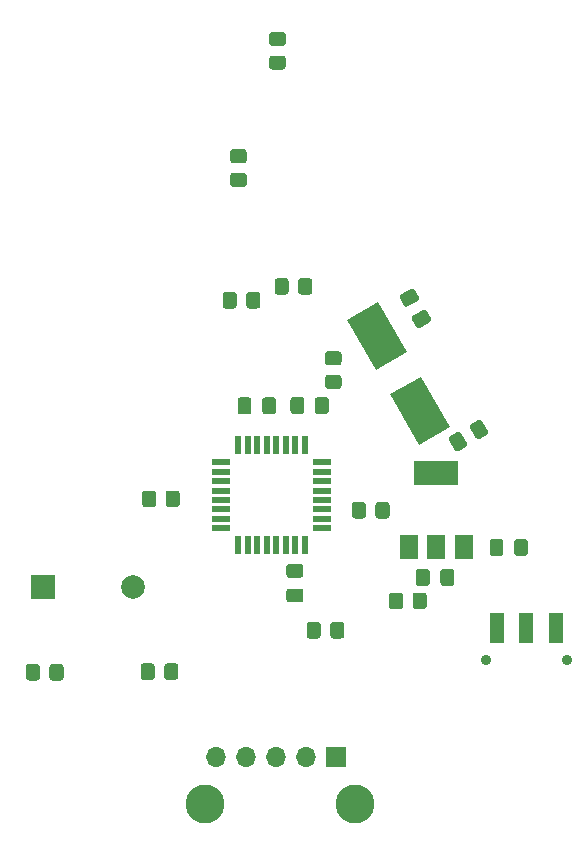
<source format=gbr>
%TF.GenerationSoftware,KiCad,Pcbnew,(5.1.10)-1*%
%TF.CreationDate,2021-11-23T17:51:28-05:00*%
%TF.ProjectId,Electronics Club,456c6563-7472-46f6-9e69-637320436c75,rev?*%
%TF.SameCoordinates,Original*%
%TF.FileFunction,Soldermask,Bot*%
%TF.FilePolarity,Negative*%
%FSLAX46Y46*%
G04 Gerber Fmt 4.6, Leading zero omitted, Abs format (unit mm)*
G04 Created by KiCad (PCBNEW (5.1.10)-1) date 2021-11-23 17:51:28*
%MOMM*%
%LPD*%
G01*
G04 APERTURE LIST*
%ADD10C,0.100000*%
%ADD11C,3.300000*%
%ADD12R,2.000000X2.000000*%
%ADD13C,2.000000*%
%ADD14R,1.250000X2.500000*%
%ADD15C,0.900000*%
%ADD16R,3.800000X2.000000*%
%ADD17R,1.500000X2.000000*%
%ADD18R,0.550000X1.600000*%
%ADD19R,1.600000X0.550000*%
%ADD20R,1.700000X1.700000*%
%ADD21O,1.700000X1.700000*%
G04 APERTURE END LIST*
D10*
%TO.C,Y1*%
G36*
X191684362Y-93065438D02*
G01*
X194282438Y-91565438D01*
X196732438Y-95808962D01*
X194134362Y-97308962D01*
X191684362Y-93065438D01*
G37*
G36*
X188034362Y-86743452D02*
G01*
X190632438Y-85243452D01*
X193082438Y-89486976D01*
X190484362Y-90986976D01*
X188034362Y-86743452D01*
G37*
%TD*%
D11*
%TO.C,BT1*%
X176009300Y-127774700D03*
X188709300Y-127774700D03*
%TD*%
D12*
%TO.C,BZ1*%
X162255200Y-109372400D03*
D13*
X169855200Y-109372400D03*
%TD*%
%TO.C,C1*%
G36*
G01*
X201255300Y-105544600D02*
X201255300Y-106494600D01*
G75*
G02*
X201005300Y-106744600I-250000J0D01*
G01*
X200330300Y-106744600D01*
G75*
G02*
X200080300Y-106494600I0J250000D01*
G01*
X200080300Y-105544600D01*
G75*
G02*
X200330300Y-105294600I250000J0D01*
G01*
X201005300Y-105294600D01*
G75*
G02*
X201255300Y-105544600I0J-250000D01*
G01*
G37*
G36*
G01*
X203330300Y-105544600D02*
X203330300Y-106494600D01*
G75*
G02*
X203080300Y-106744600I-250000J0D01*
G01*
X202405300Y-106744600D01*
G75*
G02*
X202155300Y-106494600I0J250000D01*
G01*
X202155300Y-105544600D01*
G75*
G02*
X202405300Y-105294600I250000J0D01*
G01*
X203080300Y-105294600D01*
G75*
G02*
X203330300Y-105544600I0J-250000D01*
G01*
G37*
%TD*%
%TO.C,C2*%
G36*
G01*
X193831900Y-109034600D02*
X193831900Y-108084600D01*
G75*
G02*
X194081900Y-107834600I250000J0D01*
G01*
X194756900Y-107834600D01*
G75*
G02*
X195006900Y-108084600I0J-250000D01*
G01*
X195006900Y-109034600D01*
G75*
G02*
X194756900Y-109284600I-250000J0D01*
G01*
X194081900Y-109284600D01*
G75*
G02*
X193831900Y-109034600I0J250000D01*
G01*
G37*
G36*
G01*
X195906900Y-109034600D02*
X195906900Y-108084600D01*
G75*
G02*
X196156900Y-107834600I250000J0D01*
G01*
X196831900Y-107834600D01*
G75*
G02*
X197081900Y-108084600I0J-250000D01*
G01*
X197081900Y-109034600D01*
G75*
G02*
X196831900Y-109284600I-250000J0D01*
G01*
X196156900Y-109284600D01*
G75*
G02*
X195906900Y-109034600I0J250000D01*
G01*
G37*
%TD*%
%TO.C,C3*%
G36*
G01*
X185285800Y-94480400D02*
X185285800Y-93530400D01*
G75*
G02*
X185535800Y-93280400I250000J0D01*
G01*
X186210800Y-93280400D01*
G75*
G02*
X186460800Y-93530400I0J-250000D01*
G01*
X186460800Y-94480400D01*
G75*
G02*
X186210800Y-94730400I-250000J0D01*
G01*
X185535800Y-94730400D01*
G75*
G02*
X185285800Y-94480400I0J250000D01*
G01*
G37*
G36*
G01*
X183210800Y-94480400D02*
X183210800Y-93530400D01*
G75*
G02*
X183460800Y-93280400I250000J0D01*
G01*
X184135800Y-93280400D01*
G75*
G02*
X184385800Y-93530400I0J-250000D01*
G01*
X184385800Y-94480400D01*
G75*
G02*
X184135800Y-94730400I-250000J0D01*
G01*
X183460800Y-94730400D01*
G75*
G02*
X183210800Y-94480400I0J250000D01*
G01*
G37*
%TD*%
%TO.C,C4*%
G36*
G01*
X183116200Y-107421100D02*
X184066200Y-107421100D01*
G75*
G02*
X184316200Y-107671100I0J-250000D01*
G01*
X184316200Y-108346100D01*
G75*
G02*
X184066200Y-108596100I-250000J0D01*
G01*
X183116200Y-108596100D01*
G75*
G02*
X182866200Y-108346100I0J250000D01*
G01*
X182866200Y-107671100D01*
G75*
G02*
X183116200Y-107421100I250000J0D01*
G01*
G37*
G36*
G01*
X183116200Y-109496100D02*
X184066200Y-109496100D01*
G75*
G02*
X184316200Y-109746100I0J-250000D01*
G01*
X184316200Y-110421100D01*
G75*
G02*
X184066200Y-110671100I-250000J0D01*
G01*
X183116200Y-110671100D01*
G75*
G02*
X182866200Y-110421100I0J250000D01*
G01*
X182866200Y-109746100D01*
G75*
G02*
X183116200Y-109496100I250000J0D01*
G01*
G37*
%TD*%
%TO.C,C5*%
G36*
G01*
X179919300Y-93555800D02*
X179919300Y-94505800D01*
G75*
G02*
X179669300Y-94755800I-250000J0D01*
G01*
X178994300Y-94755800D01*
G75*
G02*
X178744300Y-94505800I0J250000D01*
G01*
X178744300Y-93555800D01*
G75*
G02*
X178994300Y-93305800I250000J0D01*
G01*
X179669300Y-93305800D01*
G75*
G02*
X179919300Y-93555800I0J-250000D01*
G01*
G37*
G36*
G01*
X181994300Y-93555800D02*
X181994300Y-94505800D01*
G75*
G02*
X181744300Y-94755800I-250000J0D01*
G01*
X181069300Y-94755800D01*
G75*
G02*
X180819300Y-94505800I0J250000D01*
G01*
X180819300Y-93555800D01*
G75*
G02*
X181069300Y-93305800I250000J0D01*
G01*
X181744300Y-93305800D01*
G75*
G02*
X181994300Y-93555800I0J-250000D01*
G01*
G37*
%TD*%
%TO.C,C6*%
G36*
G01*
X195015112Y-86936090D02*
X194192388Y-87411090D01*
G75*
G02*
X193850882Y-87319584I-125000J216506D01*
G01*
X193513382Y-86735016D01*
G75*
G02*
X193604888Y-86393510I216506J125000D01*
G01*
X194427612Y-85918510D01*
G75*
G02*
X194769118Y-86010016I125000J-216506D01*
G01*
X195106618Y-86594584D01*
G75*
G02*
X195015112Y-86936090I-216506J-125000D01*
G01*
G37*
G36*
G01*
X193977612Y-85139088D02*
X193154888Y-85614088D01*
G75*
G02*
X192813382Y-85522582I-125000J216506D01*
G01*
X192475882Y-84938014D01*
G75*
G02*
X192567388Y-84596508I216506J125000D01*
G01*
X193390112Y-84121508D01*
G75*
G02*
X193731618Y-84213014I125000J-216506D01*
G01*
X194069118Y-84797582D01*
G75*
G02*
X193977612Y-85139088I-216506J-125000D01*
G01*
G37*
%TD*%
%TO.C,C7*%
G36*
G01*
X199445390Y-95332288D02*
X199920390Y-96155012D01*
G75*
G02*
X199828884Y-96496518I-216506J-125000D01*
G01*
X199244316Y-96834018D01*
G75*
G02*
X198902810Y-96742512I-125000J216506D01*
G01*
X198427810Y-95919788D01*
G75*
G02*
X198519316Y-95578282I216506J125000D01*
G01*
X199103884Y-95240782D01*
G75*
G02*
X199445390Y-95332288I125000J-216506D01*
G01*
G37*
G36*
G01*
X197648388Y-96369788D02*
X198123388Y-97192512D01*
G75*
G02*
X198031882Y-97534018I-216506J-125000D01*
G01*
X197447314Y-97871518D01*
G75*
G02*
X197105808Y-97780012I-125000J216506D01*
G01*
X196630808Y-96957288D01*
G75*
G02*
X196722314Y-96615782I216506J125000D01*
G01*
X197306882Y-96278282D01*
G75*
G02*
X197648388Y-96369788I125000J-216506D01*
G01*
G37*
%TD*%
%TO.C,R1*%
G36*
G01*
X182568001Y-65573200D02*
X181667999Y-65573200D01*
G75*
G02*
X181418000Y-65323201I0J249999D01*
G01*
X181418000Y-64623199D01*
G75*
G02*
X181667999Y-64373200I249999J0D01*
G01*
X182568001Y-64373200D01*
G75*
G02*
X182818000Y-64623199I0J-249999D01*
G01*
X182818000Y-65323201D01*
G75*
G02*
X182568001Y-65573200I-249999J0D01*
G01*
G37*
G36*
G01*
X182568001Y-63573200D02*
X181667999Y-63573200D01*
G75*
G02*
X181418000Y-63323201I0J249999D01*
G01*
X181418000Y-62623199D01*
G75*
G02*
X181667999Y-62373200I249999J0D01*
G01*
X182568001Y-62373200D01*
G75*
G02*
X182818000Y-62623199I0J-249999D01*
G01*
X182818000Y-63323201D01*
G75*
G02*
X182568001Y-63573200I-249999J0D01*
G01*
G37*
%TD*%
%TO.C,R2*%
G36*
G01*
X162007600Y-116135999D02*
X162007600Y-117036001D01*
G75*
G02*
X161757601Y-117286000I-249999J0D01*
G01*
X161057599Y-117286000D01*
G75*
G02*
X160807600Y-117036001I0J249999D01*
G01*
X160807600Y-116135999D01*
G75*
G02*
X161057599Y-115886000I249999J0D01*
G01*
X161757601Y-115886000D01*
G75*
G02*
X162007600Y-116135999I0J-249999D01*
G01*
G37*
G36*
G01*
X164007600Y-116135999D02*
X164007600Y-117036001D01*
G75*
G02*
X163757601Y-117286000I-249999J0D01*
G01*
X163057599Y-117286000D01*
G75*
G02*
X162807600Y-117036001I0J249999D01*
G01*
X162807600Y-116135999D01*
G75*
G02*
X163057599Y-115886000I249999J0D01*
G01*
X163757601Y-115886000D01*
G75*
G02*
X164007600Y-116135999I0J-249999D01*
G01*
G37*
%TD*%
%TO.C,R3*%
G36*
G01*
X180670000Y-84639999D02*
X180670000Y-85540001D01*
G75*
G02*
X180420001Y-85790000I-249999J0D01*
G01*
X179719999Y-85790000D01*
G75*
G02*
X179470000Y-85540001I0J249999D01*
G01*
X179470000Y-84639999D01*
G75*
G02*
X179719999Y-84390000I249999J0D01*
G01*
X180420001Y-84390000D01*
G75*
G02*
X180670000Y-84639999I0J-249999D01*
G01*
G37*
G36*
G01*
X178670000Y-84639999D02*
X178670000Y-85540001D01*
G75*
G02*
X178420001Y-85790000I-249999J0D01*
G01*
X177719999Y-85790000D01*
G75*
G02*
X177470000Y-85540001I0J249999D01*
G01*
X177470000Y-84639999D01*
G75*
G02*
X177719999Y-84390000I249999J0D01*
G01*
X178420001Y-84390000D01*
G75*
G02*
X178670000Y-84639999I0J-249999D01*
G01*
G37*
%TD*%
%TO.C,R4*%
G36*
G01*
X190408000Y-103320001D02*
X190408000Y-102419999D01*
G75*
G02*
X190657999Y-102170000I249999J0D01*
G01*
X191358001Y-102170000D01*
G75*
G02*
X191608000Y-102419999I0J-249999D01*
G01*
X191608000Y-103320001D01*
G75*
G02*
X191358001Y-103570000I-249999J0D01*
G01*
X190657999Y-103570000D01*
G75*
G02*
X190408000Y-103320001I0J249999D01*
G01*
G37*
G36*
G01*
X188408000Y-103320001D02*
X188408000Y-102419999D01*
G75*
G02*
X188657999Y-102170000I249999J0D01*
G01*
X189358001Y-102170000D01*
G75*
G02*
X189608000Y-102419999I0J-249999D01*
G01*
X189608000Y-103320001D01*
G75*
G02*
X189358001Y-103570000I-249999J0D01*
G01*
X188657999Y-103570000D01*
G75*
G02*
X188408000Y-103320001I0J249999D01*
G01*
G37*
%TD*%
%TO.C,R5*%
G36*
G01*
X187292401Y-92598800D02*
X186392399Y-92598800D01*
G75*
G02*
X186142400Y-92348801I0J249999D01*
G01*
X186142400Y-91648799D01*
G75*
G02*
X186392399Y-91398800I249999J0D01*
G01*
X187292401Y-91398800D01*
G75*
G02*
X187542400Y-91648799I0J-249999D01*
G01*
X187542400Y-92348801D01*
G75*
G02*
X187292401Y-92598800I-249999J0D01*
G01*
G37*
G36*
G01*
X187292401Y-90598800D02*
X186392399Y-90598800D01*
G75*
G02*
X186142400Y-90348801I0J249999D01*
G01*
X186142400Y-89648799D01*
G75*
G02*
X186392399Y-89398800I249999J0D01*
G01*
X187292401Y-89398800D01*
G75*
G02*
X187542400Y-89648799I0J-249999D01*
G01*
X187542400Y-90348801D01*
G75*
G02*
X187292401Y-90598800I-249999J0D01*
G01*
G37*
%TD*%
%TO.C,R6*%
G36*
G01*
X193557600Y-110990801D02*
X193557600Y-110090799D01*
G75*
G02*
X193807599Y-109840800I249999J0D01*
G01*
X194507601Y-109840800D01*
G75*
G02*
X194757600Y-110090799I0J-249999D01*
G01*
X194757600Y-110990801D01*
G75*
G02*
X194507601Y-111240800I-249999J0D01*
G01*
X193807599Y-111240800D01*
G75*
G02*
X193557600Y-110990801I0J249999D01*
G01*
G37*
G36*
G01*
X191557600Y-110990801D02*
X191557600Y-110090799D01*
G75*
G02*
X191807599Y-109840800I249999J0D01*
G01*
X192507601Y-109840800D01*
G75*
G02*
X192757600Y-110090799I0J-249999D01*
G01*
X192757600Y-110990801D01*
G75*
G02*
X192507601Y-111240800I-249999J0D01*
G01*
X191807599Y-111240800D01*
G75*
G02*
X191557600Y-110990801I0J249999D01*
G01*
G37*
%TD*%
%TO.C,R7*%
G36*
G01*
X173846800Y-101454799D02*
X173846800Y-102354801D01*
G75*
G02*
X173596801Y-102604800I-249999J0D01*
G01*
X172896799Y-102604800D01*
G75*
G02*
X172646800Y-102354801I0J249999D01*
G01*
X172646800Y-101454799D01*
G75*
G02*
X172896799Y-101204800I249999J0D01*
G01*
X173596801Y-101204800D01*
G75*
G02*
X173846800Y-101454799I0J-249999D01*
G01*
G37*
G36*
G01*
X171846800Y-101454799D02*
X171846800Y-102354801D01*
G75*
G02*
X171596801Y-102604800I-249999J0D01*
G01*
X170896799Y-102604800D01*
G75*
G02*
X170646800Y-102354801I0J249999D01*
G01*
X170646800Y-101454799D01*
G75*
G02*
X170896799Y-101204800I249999J0D01*
G01*
X171596801Y-101204800D01*
G75*
G02*
X171846800Y-101454799I0J-249999D01*
G01*
G37*
%TD*%
%TO.C,R8*%
G36*
G01*
X179266001Y-73498000D02*
X178365999Y-73498000D01*
G75*
G02*
X178116000Y-73248001I0J249999D01*
G01*
X178116000Y-72547999D01*
G75*
G02*
X178365999Y-72298000I249999J0D01*
G01*
X179266001Y-72298000D01*
G75*
G02*
X179516000Y-72547999I0J-249999D01*
G01*
X179516000Y-73248001D01*
G75*
G02*
X179266001Y-73498000I-249999J0D01*
G01*
G37*
G36*
G01*
X179266001Y-75498000D02*
X178365999Y-75498000D01*
G75*
G02*
X178116000Y-75248001I0J249999D01*
G01*
X178116000Y-74547999D01*
G75*
G02*
X178365999Y-74298000I249999J0D01*
G01*
X179266001Y-74298000D01*
G75*
G02*
X179516000Y-74547999I0J-249999D01*
G01*
X179516000Y-75248001D01*
G75*
G02*
X179266001Y-75498000I-249999J0D01*
G01*
G37*
%TD*%
%TO.C,R9*%
G36*
G01*
X181873600Y-84371601D02*
X181873600Y-83471599D01*
G75*
G02*
X182123599Y-83221600I249999J0D01*
G01*
X182823601Y-83221600D01*
G75*
G02*
X183073600Y-83471599I0J-249999D01*
G01*
X183073600Y-84371601D01*
G75*
G02*
X182823601Y-84621600I-249999J0D01*
G01*
X182123599Y-84621600D01*
G75*
G02*
X181873600Y-84371601I0J249999D01*
G01*
G37*
G36*
G01*
X183873600Y-84371601D02*
X183873600Y-83471599D01*
G75*
G02*
X184123599Y-83221600I249999J0D01*
G01*
X184823601Y-83221600D01*
G75*
G02*
X185073600Y-83471599I0J-249999D01*
G01*
X185073600Y-84371601D01*
G75*
G02*
X184823601Y-84621600I-249999J0D01*
G01*
X184123599Y-84621600D01*
G75*
G02*
X183873600Y-84371601I0J249999D01*
G01*
G37*
%TD*%
%TO.C,R10*%
G36*
G01*
X185782000Y-112579999D02*
X185782000Y-113480001D01*
G75*
G02*
X185532001Y-113730000I-249999J0D01*
G01*
X184831999Y-113730000D01*
G75*
G02*
X184582000Y-113480001I0J249999D01*
G01*
X184582000Y-112579999D01*
G75*
G02*
X184831999Y-112330000I249999J0D01*
G01*
X185532001Y-112330000D01*
G75*
G02*
X185782000Y-112579999I0J-249999D01*
G01*
G37*
G36*
G01*
X187782000Y-112579999D02*
X187782000Y-113480001D01*
G75*
G02*
X187532001Y-113730000I-249999J0D01*
G01*
X186831999Y-113730000D01*
G75*
G02*
X186582000Y-113480001I0J249999D01*
G01*
X186582000Y-112579999D01*
G75*
G02*
X186831999Y-112330000I249999J0D01*
G01*
X187532001Y-112330000D01*
G75*
G02*
X187782000Y-112579999I0J-249999D01*
G01*
G37*
%TD*%
%TO.C,R11*%
G36*
G01*
X173726400Y-116085199D02*
X173726400Y-116985201D01*
G75*
G02*
X173476401Y-117235200I-249999J0D01*
G01*
X172776399Y-117235200D01*
G75*
G02*
X172526400Y-116985201I0J249999D01*
G01*
X172526400Y-116085199D01*
G75*
G02*
X172776399Y-115835200I249999J0D01*
G01*
X173476401Y-115835200D01*
G75*
G02*
X173726400Y-116085199I0J-249999D01*
G01*
G37*
G36*
G01*
X171726400Y-116085199D02*
X171726400Y-116985201D01*
G75*
G02*
X171476401Y-117235200I-249999J0D01*
G01*
X170776399Y-117235200D01*
G75*
G02*
X170526400Y-116985201I0J249999D01*
G01*
X170526400Y-116085199D01*
G75*
G02*
X170776399Y-115835200I249999J0D01*
G01*
X171476401Y-115835200D01*
G75*
G02*
X171726400Y-116085199I0J-249999D01*
G01*
G37*
%TD*%
D14*
%TO.C,SW1*%
X205700000Y-112820000D03*
X203200000Y-112820000D03*
X200700000Y-112820000D03*
D15*
X206600000Y-115570000D03*
X199800000Y-115570000D03*
%TD*%
D16*
%TO.C,U2*%
X195580000Y-99720000D03*
D17*
X195580000Y-106020000D03*
X193280000Y-106020000D03*
X197880000Y-106020000D03*
%TD*%
D18*
%TO.C,U3*%
X178810000Y-97350000D03*
X179610000Y-97350000D03*
X180410000Y-97350000D03*
X181210000Y-97350000D03*
X182010000Y-97350000D03*
X182810000Y-97350000D03*
X183610000Y-97350000D03*
X184410000Y-97350000D03*
D19*
X185860000Y-98800000D03*
X185860000Y-99600000D03*
X185860000Y-100400000D03*
X185860000Y-101200000D03*
X185860000Y-102000000D03*
X185860000Y-102800000D03*
X185860000Y-103600000D03*
X185860000Y-104400000D03*
D18*
X184410000Y-105850000D03*
X183610000Y-105850000D03*
X182810000Y-105850000D03*
X182010000Y-105850000D03*
X181210000Y-105850000D03*
X180410000Y-105850000D03*
X179610000Y-105850000D03*
X178810000Y-105850000D03*
D19*
X177360000Y-104400000D03*
X177360000Y-103600000D03*
X177360000Y-102800000D03*
X177360000Y-102000000D03*
X177360000Y-101200000D03*
X177360000Y-100400000D03*
X177360000Y-99600000D03*
X177360000Y-98800000D03*
%TD*%
D20*
%TO.C,J1*%
X187083700Y-123736100D03*
D21*
X184543700Y-123736100D03*
X182003700Y-123736100D03*
X179463700Y-123736100D03*
X176923700Y-123736100D03*
%TD*%
M02*

</source>
